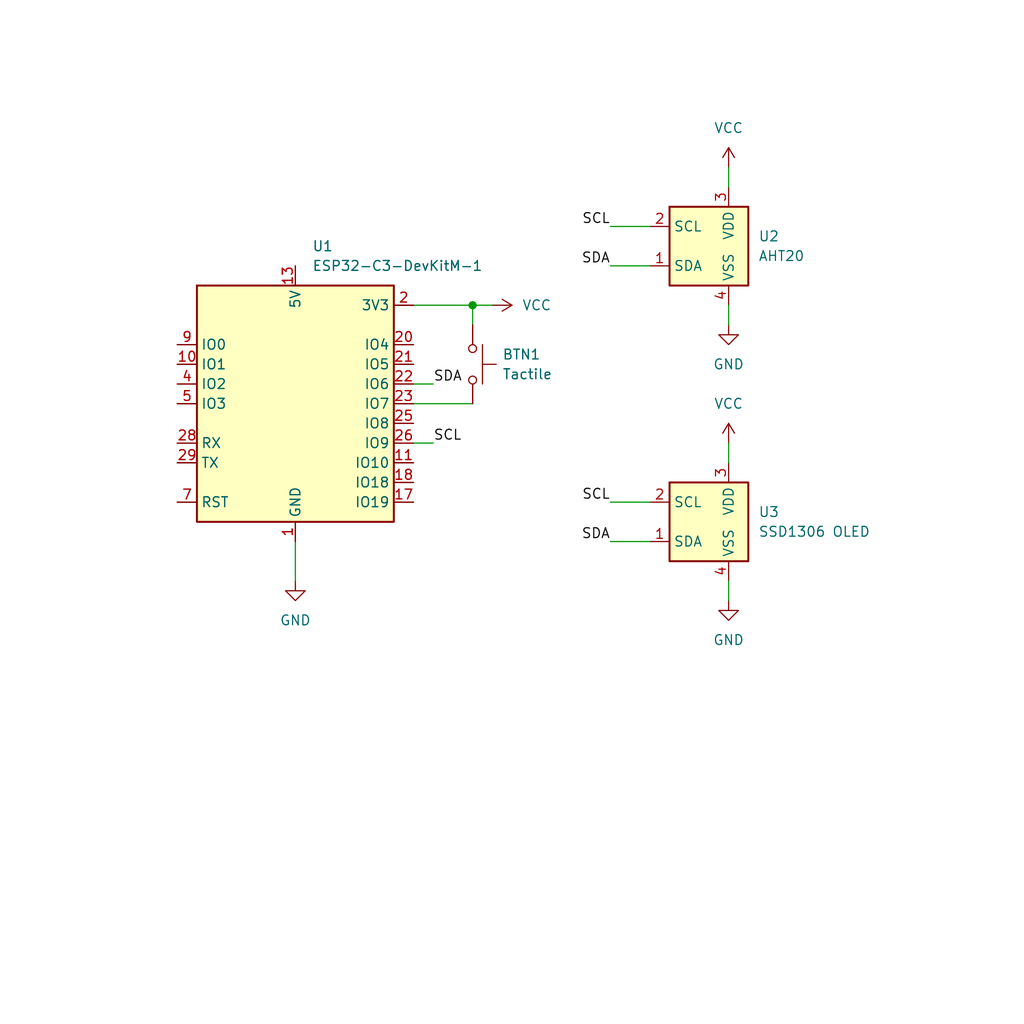
<source format=kicad_sch>
(kicad_sch (version 20250114) (generator "eeschema") (generator_version "9.0")
  (paper "User" 132.08 132.08)
  (lib_symbols
    (symbol "RF_Module:ESP32-C3-DevKitM-1"
      (property "Reference" "U" (at 7.62 16.51 0))
      (property "Value" "ESP32-C3-DevKitM-1" (at 11.684 -16.764 0))
      (symbol "ESP32-C3-DevKitM-1_1_1"
        (rectangle (start -12.7 15.24) (end 12.7 -15.24) (stroke (width 0.254)) (fill (type background)))
        (pin bidirectional line (at -15.24 7.62 0) (length 2.54) (name "IO0") (number "9"))
        (pin bidirectional line (at -15.24 5.08 0) (length 2.54) (name "IO1") (number "10"))
        (pin bidirectional line (at -15.24 2.54 0) (length 2.54) (name "IO2") (number "4"))
        (pin bidirectional line (at -15.24 0 0) (length 2.54) (name "IO3") (number "5"))
        (pin input line (at -15.24 -5.08 0) (length 2.54) (name "RX") (number "28"))
        (pin output line (at -15.24 -7.62 0) (length 2.54) (name "TX") (number "29"))
        (pin input line (at -15.24 -12.7 0) (length 2.54) (name "RST") (number "7"))
        (pin passive line (at 0 17.78 270) (length 2.54) (name "5V") (number "13"))
        (pin passive line (at 0 17.78 270) (length 2.54) (hide yes) (name "5V") (number "14"))
        (pin power_in line (at 0 -17.78 90) (length 2.54) (name "GND") (number "1"))
        (pin passive line (at 0 -17.78 90) (length 2.54) (hide yes) (name "GND") (number "12"))
        (pin passive line (at 0 -17.78 90) (length 2.54) (hide yes) (name "GND") (number "15"))
        (pin passive line (at 0 -17.78 90) (length 2.54) (hide yes) (name "GND") (number "16"))
        (pin passive line (at 0 -17.78 90) (length 2.54) (hide yes) (name "GND") (number "19"))
        (pin passive line (at 0 -17.78 90) (length 2.54) (hide yes) (name "GND") (number "24"))
        (pin passive line (at 0 -17.78 90) (length 2.54) (hide yes) (name "GND") (number "27"))
        (pin passive line (at 0 -17.78 90) (length 2.54) (hide yes) (name "GND") (number "30"))
        (pin passive line (at 0 -17.78 90) (length 2.54) (hide yes) (name "GND") (number "6"))
        (pin passive line (at 0 -17.78 90) (length 2.54) (hide yes) (name "GND") (number "8"))
        (pin power_out line (at 15.24 12.7 180) (length 2.54) (name "3V3") (number "2"))
        (pin passive line (at 15.24 12.7 180) (length 2.54) (hide yes) (name "3V3") (number "3"))
        (pin bidirectional line (at 15.24 7.62 180) (length 2.54) (name "IO4") (number "20"))
        (pin bidirectional line (at 15.24 5.08 180) (length 2.54) (name "IO5") (number "21"))
        (pin bidirectional line (at 15.24 2.54 180) (length 2.54) (name "IO6") (number "22"))
        (pin bidirectional line (at 15.24 0 180) (length 2.54) (name "IO7") (number "23"))
        (pin bidirectional line (at 15.24 -2.54 180) (length 2.54) (name "IO8") (number "25"))
        (pin bidirectional line (at 15.24 -5.08 180) (length 2.54) (name "IO9") (number "26"))
        (pin bidirectional line (at 15.24 -7.62 180) (length 2.54) (name "IO10") (number "11"))
        (pin bidirectional line (at 15.24 -10.16 180) (length 2.54) (name "IO18") (number "18"))
        (pin bidirectional line (at 15.24 -12.7 180) (length 2.54) (name "IO19") (number "17"))
      )
    )
    (symbol "Sensor_Humidity:SHT4x"
      (property "Reference" "U" (at 0 8.89 0))
      (property "Value" "SHT4x" (at 0 6.35 0))
      (symbol "SHT4x_1_1"
        (rectangle (start -5.08 5.08) (end 5.08 -5.08) (stroke (width 0.254)) (fill (type background)))
        (pin input line (at -7.62 2.54 0) (length 2.54) (name "SCL") (number "2"))
        (pin bidirectional line (at -7.62 -2.54 0) (length 2.54) (name "SDA") (number "1"))
        (pin power_in line (at 2.54 7.62 270) (length 2.54) (name "VDD") (number "3"))
        (pin power_in line (at 2.54 -7.62 90) (length 2.54) (name "VSS") (number "4"))
      )
    )
    (symbol "Switch:SW_MEC_5G" (pin_numbers (hide yes)) (pin_names (offset 1.016) (hide yes))
      (property "Reference" "SW" (at 1.27 2.54 0))
      (property "Value" "SW_MEC_5G" (at 0 -1.524 0))
      (symbol "SW_MEC_5G_0_1"
        (circle (center -2.032 0) (radius 0.508))
        (polyline (pts (xy 0 1.27) (xy 0 3.048)))
        (circle (center 2.032 0) (radius 0.508))
        (polyline (pts (xy 2.54 1.27) (xy -2.54 1.27)))
        (pin passive line (at -5.08 0 0) (length 2.54) (name "A") (number "1"))
        (pin passive line (at 5.08 0 180) (length 2.54) (name "B") (number "3"))
      )
      (symbol "SW_MEC_5G_1_1"
        (pin passive line (at -5.08 0 0) (length 2.54) (hide yes) (name "A") (number "2"))
        (pin passive line (at 5.08 0 180) (length 2.54) (hide yes) (name "B") (number "4"))
      )
    )
    (symbol "power:GND" (power) (pin_numbers (hide yes)) (pin_names (offset 0) (hide yes))
      (property "Value" "GND" (at 0 -3.81 0))
      (symbol "GND_0_1"
        (polyline (pts (xy 0 0) (xy 0 -1.27) (xy 1.27 -1.27) (xy 0 -2.54) (xy -1.27 -1.27) (xy 0 -1.27)))
      )
      (symbol "GND_1_1"
        (pin power_in line (at 0 0 270) (length 0) (name "~") (number "1"))
      )
    )
    (symbol "power:VCC" (power) (pin_numbers (hide yes)) (pin_names (offset 0) (hide yes))
      (property "Value" "VCC" (at 0 3.556 0))
      (symbol "VCC_0_1"
        (polyline (pts (xy -0.762 1.27) (xy 0 2.54)))
        (polyline (pts (xy 0 2.54) (xy 0.762 1.27)))
        (polyline (pts (xy 0 0) (xy 0 2.54)))
      )
      (symbol "VCC_1_1"
        (pin power_in line (at 0 0 90) (length 0) (name "~") (number "1"))
      )
    )
  )
  (junction (at 60.96 39.37))
  (wire (pts (xy 78.74 69.85) (xy 83.82 69.85)))
  (wire (pts (xy 53.34 39.37) (xy 60.96 39.37)))
  (wire (pts (xy 78.74 29.21) (xy 83.82 29.21)))
  (wire (pts (xy 53.34 52.07) (xy 60.96 52.07)))
  (wire (pts (xy 93.98 74.93) (xy 93.98 77.47)))
  (wire (pts (xy 93.98 57.15) (xy 93.98 59.69)))
  (wire (pts (xy 78.74 64.77) (xy 83.82 64.77)))
  (wire (pts (xy 38.1 69.85) (xy 38.1 74.93)))
  (wire (pts (xy 78.74 34.29) (xy 83.82 34.29)))
  (wire (pts (xy 93.98 39.37) (xy 93.98 41.91)))
  (wire (pts (xy 53.34 57.15) (xy 55.88 57.15)))
  (wire (pts (xy 53.34 49.53) (xy 55.88 49.53)))
  (wire (pts (xy 60.96 39.37) (xy 63.5 39.37)))
  (wire (pts (xy 93.98 21.59) (xy 93.98 24.13)))
  (wire (pts (xy 60.96 39.37) (xy 60.96 41.91)))
  (label "SCL" (at 55.88 57.15 0))
  (label "SDA" (at 78.74 69.85 180))
  (label "SCL" (at 78.74 64.77 180))
  (label "SDA" (at 55.88 49.53 0))
  (label "SDA" (at 78.74 34.29 180))
  (label "SCL" (at 78.74 29.21 180))
  (symbol (lib_id "Sensor_Humidity:SHT4x") (at 91.44 31.75 0) (unit 1)
    (property "Reference" "U2" (at 97.79 30.4799 0) (effects (justify left)))
    (property "Value" "AHT20" (at 97.79 33.0199 0) (effects (justify left)))
    (property "Footprint" "Sensor_Humidity:Sensirion_DFN-4_1.5x1.5mm_P0.8mm_SHT4x_NoCentralPad" (effects (hide yes)))
    (property "Datasheet" "https://sensirion.com/media/documents/33FD6951/624C4357/Datasheet_SHT4x.pdf" (effects (hide yes)))
    (property "Description" "Digital Humidity and Temperature Sensor, ±1%RH, ±0.1°C, I2C, 1.08-3.6V, 16bit, DFN-4" (effects (hide yes)))
  )
  (symbol (lib_id "power:VCC") (at 63.5 39.37 270) (unit 1)
    (property "Reference" "#PWR01" (effects (hide yes)))
    (property "Value" "VCC" (at 67.31 39.3699 90) (effects (justify left)))
    (property "Description" "Power symbol creates a global label with name \"VCC\"" (effects (hide yes)))
  )
  (symbol (lib_id "power:VCC") (at 93.98 57.15 0) (unit 1)
    (property "Reference" "#PWR04" (effects (hide yes)))
    (property "Value" "VCC" (at 93.98 52.07 0))
    (property "Description" "Power symbol creates a global label with name \"VCC\"" (effects (hide yes)))
  )
  (symbol (lib_id "RF_Module:ESP32-C3-DevKitM-1") (at 38.1 52.07 0) (unit 1)
    (property "Reference" "U1" (at 40.2433 31.75 0) (effects (justify left)))
    (property "Value" "ESP32-C3-DevKitM-1" (at 40.2433 34.29 0) (effects (justify left)))
    (property "Footprint" "RF_Module:ESP32-C3-DevKitM-1" (effects (hide yes)))
    (property "Datasheet" "https://docs.espressif.com/projects/esp-idf/en/latest/esp32c3/hw-reference/esp32c3/user-guide-devkitm-1.html" (effects (hide yes)))
    (property "Description" "Development board featuring ESP32-C3-MINI-1 module" (effects (hide yes)))
  )
  (symbol (lib_id "Sensor_Humidity:SHT4x") (at 91.44 67.31 0) (unit 1)
    (property "Reference" "U3" (at 97.79 66.0399 0) (effects (justify left)))
    (property "Value" "SSD1306 OLED" (at 97.79 68.5799 0) (effects (justify left)))
    (property "Footprint" "Sensor_Humidity:Sensirion_DFN-4_1.5x1.5mm_P0.8mm_SHT4x_NoCentralPad" (effects (hide yes)))
    (property "Datasheet" "https://sensirion.com/media/documents/33FD6951/624C4357/Datasheet_SHT4x.pdf" (effects (hide yes)))
    (property "Description" "Digital Humidity and Temperature Sensor, ±1%RH, ±0.1°C, I2C, 1.08-3.6V, 16bit, DFN-4" (effects (hide yes)))
  )
  (symbol (lib_id "Switch:SW_MEC_5G") (at 60.96 46.99 270) (unit 1)
    (property "Reference" "BTN1" (at 64.77 45.7199 90) (effects (justify left)))
    (property "Value" "Tactile" (at 64.77 48.2599 90) (effects (justify left)))
    (property "Datasheet" "http://www.apem.com/int/index.php?controller=attachment&id_attachment=488" (effects (hide yes)))
    (property "Description" "MEC 5G single pole normally-open tactile switch" (effects (hide yes)))
  )
  (symbol (lib_id "power:GND") (at 93.98 77.47 0) (unit 1)
    (property "Reference" "#PWR07" (effects (hide yes)))
    (property "Value" "GND" (at 93.98 82.55 0))
    (property "Description" "Power symbol creates a global label with name \"GND\" , ground" (effects (hide yes)))
  )
  (symbol (lib_id "power:GND") (at 93.98 41.91 0) (unit 1)
    (property "Reference" "#PWR06" (effects (hide yes)))
    (property "Value" "GND" (at 93.98 46.99 0))
    (property "Description" "Power symbol creates a global label with name \"GND\" , ground" (effects (hide yes)))
  )
  (symbol (lib_id "power:GND") (at 38.1 74.93 0) (unit 1)
    (property "Reference" "#PWR05" (effects (hide yes)))
    (property "Value" "GND" (at 38.1 80.01 0))
    (property "Description" "Power symbol creates a global label with name \"GND\" , ground" (effects (hide yes)))
  )
  (symbol (lib_id "power:VCC") (at 93.98 21.59 0) (unit 1)
    (property "Reference" "#PWR03" (effects (hide yes)))
    (property "Value" "VCC" (at 93.98 16.51 0))
    (property "Description" "Power symbol creates a global label with name \"VCC\"" (effects (hide yes)))
  )
)
</source>
